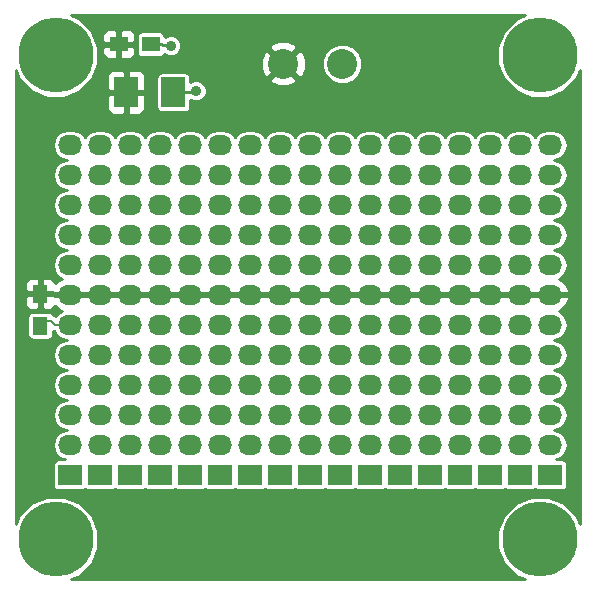
<source format=gtl>
G04 #@! TF.FileFunction,Copper,L1,Top,Signal*
%FSLAX46Y46*%
G04 Gerber Fmt 4.6, Leading zero omitted, Abs format (unit mm)*
G04 Created by KiCad (PCBNEW 4.0.1-stable) date 10/1/2016 10:42:31 PM*
%MOMM*%
G01*
G04 APERTURE LIST*
%ADD10C,0.150000*%
%ADD11C,6.350000*%
%ADD12C,2.540000*%
%ADD13R,2.032000X1.727200*%
%ADD14O,2.032000X1.727200*%
%ADD15R,2.000000X2.500000*%
%ADD16R,1.300000X1.500000*%
%ADD17R,1.500000X1.300000*%
%ADD18C,0.889000*%
%ADD19C,0.254000*%
%ADD20C,0.203200*%
G04 APERTURE END LIST*
D10*
D11*
X14000000Y-55000000D03*
X55000000Y-55000000D03*
X55000000Y-14000000D03*
X14000000Y-14000000D03*
D12*
X33274000Y-14732000D03*
X38274000Y-14732000D03*
D13*
X15240000Y-49530000D03*
D14*
X15240000Y-46990000D03*
X15240000Y-44450000D03*
X15240000Y-41910000D03*
X15240000Y-39370000D03*
X15240000Y-36830000D03*
X15240000Y-34290000D03*
X15240000Y-31750000D03*
X15240000Y-29210000D03*
X15240000Y-26670000D03*
X15240000Y-24130000D03*
X15240000Y-21590000D03*
D13*
X17780000Y-49530000D03*
D14*
X17780000Y-46990000D03*
X17780000Y-44450000D03*
X17780000Y-41910000D03*
X17780000Y-39370000D03*
X17780000Y-36830000D03*
X17780000Y-34290000D03*
X17780000Y-31750000D03*
X17780000Y-29210000D03*
X17780000Y-26670000D03*
X17780000Y-24130000D03*
X17780000Y-21590000D03*
D13*
X20320000Y-49530000D03*
D14*
X20320000Y-46990000D03*
X20320000Y-44450000D03*
X20320000Y-41910000D03*
X20320000Y-39370000D03*
X20320000Y-36830000D03*
X20320000Y-34290000D03*
X20320000Y-31750000D03*
X20320000Y-29210000D03*
X20320000Y-26670000D03*
X20320000Y-24130000D03*
X20320000Y-21590000D03*
D13*
X22860000Y-49530000D03*
D14*
X22860000Y-46990000D03*
X22860000Y-44450000D03*
X22860000Y-41910000D03*
X22860000Y-39370000D03*
X22860000Y-36830000D03*
X22860000Y-34290000D03*
X22860000Y-31750000D03*
X22860000Y-29210000D03*
X22860000Y-26670000D03*
X22860000Y-24130000D03*
X22860000Y-21590000D03*
D13*
X25400000Y-49530000D03*
D14*
X25400000Y-46990000D03*
X25400000Y-44450000D03*
X25400000Y-41910000D03*
X25400000Y-39370000D03*
X25400000Y-36830000D03*
X25400000Y-34290000D03*
X25400000Y-31750000D03*
X25400000Y-29210000D03*
X25400000Y-26670000D03*
X25400000Y-24130000D03*
X25400000Y-21590000D03*
D13*
X27940000Y-49530000D03*
D14*
X27940000Y-46990000D03*
X27940000Y-44450000D03*
X27940000Y-41910000D03*
X27940000Y-39370000D03*
X27940000Y-36830000D03*
X27940000Y-34290000D03*
X27940000Y-31750000D03*
X27940000Y-29210000D03*
X27940000Y-26670000D03*
X27940000Y-24130000D03*
X27940000Y-21590000D03*
D13*
X35560000Y-49530000D03*
D14*
X35560000Y-46990000D03*
X35560000Y-44450000D03*
X35560000Y-41910000D03*
X35560000Y-39370000D03*
X35560000Y-36830000D03*
X35560000Y-34290000D03*
X35560000Y-31750000D03*
X35560000Y-29210000D03*
X35560000Y-26670000D03*
X35560000Y-24130000D03*
X35560000Y-21590000D03*
D13*
X33020000Y-49530000D03*
D14*
X33020000Y-46990000D03*
X33020000Y-44450000D03*
X33020000Y-41910000D03*
X33020000Y-39370000D03*
X33020000Y-36830000D03*
X33020000Y-34290000D03*
X33020000Y-31750000D03*
X33020000Y-29210000D03*
X33020000Y-26670000D03*
X33020000Y-24130000D03*
X33020000Y-21590000D03*
D13*
X40640000Y-49530000D03*
D14*
X40640000Y-46990000D03*
X40640000Y-44450000D03*
X40640000Y-41910000D03*
X40640000Y-39370000D03*
X40640000Y-36830000D03*
X40640000Y-34290000D03*
X40640000Y-31750000D03*
X40640000Y-29210000D03*
X40640000Y-26670000D03*
X40640000Y-24130000D03*
X40640000Y-21590000D03*
D13*
X43180000Y-49530000D03*
D14*
X43180000Y-46990000D03*
X43180000Y-44450000D03*
X43180000Y-41910000D03*
X43180000Y-39370000D03*
X43180000Y-36830000D03*
X43180000Y-34290000D03*
X43180000Y-31750000D03*
X43180000Y-29210000D03*
X43180000Y-26670000D03*
X43180000Y-24130000D03*
X43180000Y-21590000D03*
D13*
X30480000Y-49530000D03*
D14*
X30480000Y-46990000D03*
X30480000Y-44450000D03*
X30480000Y-41910000D03*
X30480000Y-39370000D03*
X30480000Y-36830000D03*
X30480000Y-34290000D03*
X30480000Y-31750000D03*
X30480000Y-29210000D03*
X30480000Y-26670000D03*
X30480000Y-24130000D03*
X30480000Y-21590000D03*
D13*
X38100000Y-49530000D03*
D14*
X38100000Y-46990000D03*
X38100000Y-44450000D03*
X38100000Y-41910000D03*
X38100000Y-39370000D03*
X38100000Y-36830000D03*
X38100000Y-34290000D03*
X38100000Y-31750000D03*
X38100000Y-29210000D03*
X38100000Y-26670000D03*
X38100000Y-24130000D03*
X38100000Y-21590000D03*
D13*
X45720000Y-49530000D03*
D14*
X45720000Y-46990000D03*
X45720000Y-44450000D03*
X45720000Y-41910000D03*
X45720000Y-39370000D03*
X45720000Y-36830000D03*
X45720000Y-34290000D03*
X45720000Y-31750000D03*
X45720000Y-29210000D03*
X45720000Y-26670000D03*
X45720000Y-24130000D03*
X45720000Y-21590000D03*
D13*
X48260000Y-49530000D03*
D14*
X48260000Y-46990000D03*
X48260000Y-44450000D03*
X48260000Y-41910000D03*
X48260000Y-39370000D03*
X48260000Y-36830000D03*
X48260000Y-34290000D03*
X48260000Y-31750000D03*
X48260000Y-29210000D03*
X48260000Y-26670000D03*
X48260000Y-24130000D03*
X48260000Y-21590000D03*
D13*
X50800000Y-49530000D03*
D14*
X50800000Y-46990000D03*
X50800000Y-44450000D03*
X50800000Y-41910000D03*
X50800000Y-39370000D03*
X50800000Y-36830000D03*
X50800000Y-34290000D03*
X50800000Y-31750000D03*
X50800000Y-29210000D03*
X50800000Y-26670000D03*
X50800000Y-24130000D03*
X50800000Y-21590000D03*
D13*
X53340000Y-49530000D03*
D14*
X53340000Y-46990000D03*
X53340000Y-44450000D03*
X53340000Y-41910000D03*
X53340000Y-39370000D03*
X53340000Y-36830000D03*
X53340000Y-34290000D03*
X53340000Y-31750000D03*
X53340000Y-29210000D03*
X53340000Y-26670000D03*
X53340000Y-24130000D03*
X53340000Y-21590000D03*
D13*
X55880000Y-49530000D03*
D14*
X55880000Y-46990000D03*
X55880000Y-44450000D03*
X55880000Y-41910000D03*
X55880000Y-39370000D03*
X55880000Y-36830000D03*
X55880000Y-34290000D03*
X55880000Y-31750000D03*
X55880000Y-29210000D03*
X55880000Y-26670000D03*
X55880000Y-24130000D03*
X55880000Y-21590000D03*
D15*
X19971000Y-17145000D03*
X23971000Y-17145000D03*
D16*
X12700000Y-34210000D03*
X12700000Y-36910000D03*
D17*
X19351000Y-13081000D03*
X22051000Y-13081000D03*
D18*
X25908000Y-17018000D03*
X23749000Y-13208000D03*
D19*
X23971000Y-17145000D02*
X25781000Y-17145000D01*
X25781000Y-17145000D02*
X25908000Y-17018000D01*
X21653500Y-13081000D02*
X22733000Y-13081000D01*
X22733000Y-13081000D02*
X23749000Y-13208000D01*
D20*
X15240000Y-36830000D02*
X13970000Y-36830000D01*
X13652500Y-36512500D02*
X12700000Y-36512500D01*
X13970000Y-36830000D02*
X13652500Y-36512500D01*
D19*
G36*
X52959581Y-10940521D02*
X51944087Y-11954245D01*
X51393828Y-13279416D01*
X51392576Y-14714289D01*
X51940521Y-16040419D01*
X52954245Y-17055913D01*
X54279416Y-17606172D01*
X55714289Y-17607424D01*
X57040419Y-17059479D01*
X58055913Y-16045755D01*
X58377700Y-15270806D01*
X58377700Y-53729736D01*
X58059479Y-52959581D01*
X57045755Y-51944087D01*
X55720584Y-51393828D01*
X54285711Y-51392576D01*
X52959581Y-51940521D01*
X51944087Y-52954245D01*
X51393828Y-54279416D01*
X51392576Y-55714289D01*
X51940521Y-57040419D01*
X52954245Y-58055913D01*
X53729194Y-58377700D01*
X15270264Y-58377700D01*
X16040419Y-58059479D01*
X17055913Y-57045755D01*
X17606172Y-55720584D01*
X17607424Y-54285711D01*
X17059479Y-52959581D01*
X16045755Y-51944087D01*
X14720584Y-51393828D01*
X13285711Y-51392576D01*
X11959581Y-51940521D01*
X10944087Y-52954245D01*
X10622300Y-53729194D01*
X10622300Y-36160000D01*
X11609741Y-36160000D01*
X11609741Y-37660000D01*
X11639850Y-37820015D01*
X11734419Y-37966980D01*
X11878715Y-38065573D01*
X12050000Y-38100259D01*
X13350000Y-38100259D01*
X13510015Y-38070150D01*
X13656980Y-37975581D01*
X13755573Y-37831285D01*
X13790259Y-37660000D01*
X13790259Y-37327647D01*
X13874985Y-37344500D01*
X14143250Y-37745986D01*
X14563508Y-38026794D01*
X14931541Y-38100000D01*
X14563508Y-38173206D01*
X14143250Y-38454014D01*
X13862442Y-38874272D01*
X13763836Y-39370000D01*
X13862442Y-39865728D01*
X14143250Y-40285986D01*
X14563508Y-40566794D01*
X14931541Y-40640000D01*
X14563508Y-40713206D01*
X14143250Y-40994014D01*
X13862442Y-41414272D01*
X13763836Y-41910000D01*
X13862442Y-42405728D01*
X14143250Y-42825986D01*
X14563508Y-43106794D01*
X14931541Y-43180000D01*
X14563508Y-43253206D01*
X14143250Y-43534014D01*
X13862442Y-43954272D01*
X13763836Y-44450000D01*
X13862442Y-44945728D01*
X14143250Y-45365986D01*
X14563508Y-45646794D01*
X14931541Y-45720000D01*
X14563508Y-45793206D01*
X14143250Y-46074014D01*
X13862442Y-46494272D01*
X13763836Y-46990000D01*
X13862442Y-47485728D01*
X14143250Y-47905986D01*
X14563508Y-48186794D01*
X14761320Y-48226141D01*
X14224000Y-48226141D01*
X14063985Y-48256250D01*
X13917020Y-48350819D01*
X13818427Y-48495115D01*
X13783741Y-48666400D01*
X13783741Y-50393600D01*
X13813850Y-50553615D01*
X13908419Y-50700580D01*
X14052715Y-50799173D01*
X14224000Y-50833859D01*
X16256000Y-50833859D01*
X16416015Y-50803750D01*
X16510464Y-50742974D01*
X16592715Y-50799173D01*
X16764000Y-50833859D01*
X18796000Y-50833859D01*
X18956015Y-50803750D01*
X19050464Y-50742974D01*
X19132715Y-50799173D01*
X19304000Y-50833859D01*
X21336000Y-50833859D01*
X21496015Y-50803750D01*
X21590464Y-50742974D01*
X21672715Y-50799173D01*
X21844000Y-50833859D01*
X23876000Y-50833859D01*
X24036015Y-50803750D01*
X24130464Y-50742974D01*
X24212715Y-50799173D01*
X24384000Y-50833859D01*
X26416000Y-50833859D01*
X26576015Y-50803750D01*
X26670464Y-50742974D01*
X26752715Y-50799173D01*
X26924000Y-50833859D01*
X28956000Y-50833859D01*
X29116015Y-50803750D01*
X29210464Y-50742974D01*
X29292715Y-50799173D01*
X29464000Y-50833859D01*
X31496000Y-50833859D01*
X31656015Y-50803750D01*
X31750464Y-50742974D01*
X31832715Y-50799173D01*
X32004000Y-50833859D01*
X34036000Y-50833859D01*
X34196015Y-50803750D01*
X34290464Y-50742974D01*
X34372715Y-50799173D01*
X34544000Y-50833859D01*
X36576000Y-50833859D01*
X36736015Y-50803750D01*
X36830464Y-50742974D01*
X36912715Y-50799173D01*
X37084000Y-50833859D01*
X39116000Y-50833859D01*
X39276015Y-50803750D01*
X39370464Y-50742974D01*
X39452715Y-50799173D01*
X39624000Y-50833859D01*
X41656000Y-50833859D01*
X41816015Y-50803750D01*
X41910464Y-50742974D01*
X41992715Y-50799173D01*
X42164000Y-50833859D01*
X44196000Y-50833859D01*
X44356015Y-50803750D01*
X44450464Y-50742974D01*
X44532715Y-50799173D01*
X44704000Y-50833859D01*
X46736000Y-50833859D01*
X46896015Y-50803750D01*
X46990464Y-50742974D01*
X47072715Y-50799173D01*
X47244000Y-50833859D01*
X49276000Y-50833859D01*
X49436015Y-50803750D01*
X49530464Y-50742974D01*
X49612715Y-50799173D01*
X49784000Y-50833859D01*
X51816000Y-50833859D01*
X51976015Y-50803750D01*
X52070464Y-50742974D01*
X52152715Y-50799173D01*
X52324000Y-50833859D01*
X54356000Y-50833859D01*
X54516015Y-50803750D01*
X54610464Y-50742974D01*
X54692715Y-50799173D01*
X54864000Y-50833859D01*
X56896000Y-50833859D01*
X57056015Y-50803750D01*
X57202980Y-50709181D01*
X57301573Y-50564885D01*
X57336259Y-50393600D01*
X57336259Y-48666400D01*
X57306150Y-48506385D01*
X57211581Y-48359420D01*
X57067285Y-48260827D01*
X56896000Y-48226141D01*
X56358680Y-48226141D01*
X56556492Y-48186794D01*
X56976750Y-47905986D01*
X57257558Y-47485728D01*
X57356164Y-46990000D01*
X57257558Y-46494272D01*
X56976750Y-46074014D01*
X56556492Y-45793206D01*
X56188459Y-45720000D01*
X56556492Y-45646794D01*
X56976750Y-45365986D01*
X57257558Y-44945728D01*
X57356164Y-44450000D01*
X57257558Y-43954272D01*
X56976750Y-43534014D01*
X56556492Y-43253206D01*
X56188459Y-43180000D01*
X56556492Y-43106794D01*
X56976750Y-42825986D01*
X57257558Y-42405728D01*
X57356164Y-41910000D01*
X57257558Y-41414272D01*
X56976750Y-40994014D01*
X56556492Y-40713206D01*
X56188459Y-40640000D01*
X56556492Y-40566794D01*
X56976750Y-40285986D01*
X57257558Y-39865728D01*
X57356164Y-39370000D01*
X57257558Y-38874272D01*
X56976750Y-38454014D01*
X56556492Y-38173206D01*
X56188459Y-38100000D01*
X56556492Y-38026794D01*
X56976750Y-37745986D01*
X57257558Y-37325728D01*
X57356164Y-36830000D01*
X57257558Y-36334272D01*
X56976750Y-35914014D01*
X56587867Y-35654170D01*
X56794320Y-35581954D01*
X57230732Y-35192036D01*
X57484709Y-34664791D01*
X57487358Y-34649026D01*
X57366217Y-34417000D01*
X56007000Y-34417000D01*
X56007000Y-34437000D01*
X55753000Y-34437000D01*
X55753000Y-34417000D01*
X53467000Y-34417000D01*
X53467000Y-34437000D01*
X53213000Y-34437000D01*
X53213000Y-34417000D01*
X50927000Y-34417000D01*
X50927000Y-34437000D01*
X50673000Y-34437000D01*
X50673000Y-34417000D01*
X48387000Y-34417000D01*
X48387000Y-34437000D01*
X48133000Y-34437000D01*
X48133000Y-34417000D01*
X45847000Y-34417000D01*
X45847000Y-34437000D01*
X45593000Y-34437000D01*
X45593000Y-34417000D01*
X43307000Y-34417000D01*
X43307000Y-34437000D01*
X43053000Y-34437000D01*
X43053000Y-34417000D01*
X40767000Y-34417000D01*
X40767000Y-34437000D01*
X40513000Y-34437000D01*
X40513000Y-34417000D01*
X38227000Y-34417000D01*
X38227000Y-34437000D01*
X37973000Y-34437000D01*
X37973000Y-34417000D01*
X35687000Y-34417000D01*
X35687000Y-34437000D01*
X35433000Y-34437000D01*
X35433000Y-34417000D01*
X33147000Y-34417000D01*
X33147000Y-34437000D01*
X32893000Y-34437000D01*
X32893000Y-34417000D01*
X30607000Y-34417000D01*
X30607000Y-34437000D01*
X30353000Y-34437000D01*
X30353000Y-34417000D01*
X28067000Y-34417000D01*
X28067000Y-34437000D01*
X27813000Y-34437000D01*
X27813000Y-34417000D01*
X25527000Y-34417000D01*
X25527000Y-34437000D01*
X25273000Y-34437000D01*
X25273000Y-34417000D01*
X22987000Y-34417000D01*
X22987000Y-34437000D01*
X22733000Y-34437000D01*
X22733000Y-34417000D01*
X20447000Y-34417000D01*
X20447000Y-34437000D01*
X20193000Y-34437000D01*
X20193000Y-34417000D01*
X17907000Y-34417000D01*
X17907000Y-34437000D01*
X17653000Y-34437000D01*
X17653000Y-34417000D01*
X15367000Y-34417000D01*
X15367000Y-34437000D01*
X15113000Y-34437000D01*
X15113000Y-34417000D01*
X13906250Y-34417000D01*
X13826250Y-34337000D01*
X12827000Y-34337000D01*
X12827000Y-35436250D01*
X12985750Y-35595000D01*
X13476310Y-35595000D01*
X13709699Y-35498327D01*
X13888327Y-35319698D01*
X13927177Y-35225906D01*
X14325680Y-35581954D01*
X14532133Y-35654170D01*
X14143250Y-35914014D01*
X14005958Y-36119485D01*
X13856623Y-36019703D01*
X13760253Y-36000534D01*
X13760150Y-35999985D01*
X13665581Y-35853020D01*
X13521285Y-35754427D01*
X13350000Y-35719741D01*
X12050000Y-35719741D01*
X11889985Y-35749850D01*
X11743020Y-35844419D01*
X11644427Y-35988715D01*
X11609741Y-36160000D01*
X10622300Y-36160000D01*
X10622300Y-34495750D01*
X11415000Y-34495750D01*
X11415000Y-35086309D01*
X11511673Y-35319698D01*
X11690301Y-35498327D01*
X11923690Y-35595000D01*
X12414250Y-35595000D01*
X12573000Y-35436250D01*
X12573000Y-34337000D01*
X11573750Y-34337000D01*
X11415000Y-34495750D01*
X10622300Y-34495750D01*
X10622300Y-33333691D01*
X11415000Y-33333691D01*
X11415000Y-33924250D01*
X11573750Y-34083000D01*
X12573000Y-34083000D01*
X12573000Y-32983750D01*
X12827000Y-32983750D01*
X12827000Y-34083000D01*
X13712015Y-34083000D01*
X13753783Y-34163000D01*
X15113000Y-34163000D01*
X15113000Y-34143000D01*
X15367000Y-34143000D01*
X15367000Y-34163000D01*
X17653000Y-34163000D01*
X17653000Y-34143000D01*
X17907000Y-34143000D01*
X17907000Y-34163000D01*
X20193000Y-34163000D01*
X20193000Y-34143000D01*
X20447000Y-34143000D01*
X20447000Y-34163000D01*
X22733000Y-34163000D01*
X22733000Y-34143000D01*
X22987000Y-34143000D01*
X22987000Y-34163000D01*
X25273000Y-34163000D01*
X25273000Y-34143000D01*
X25527000Y-34143000D01*
X25527000Y-34163000D01*
X27813000Y-34163000D01*
X27813000Y-34143000D01*
X28067000Y-34143000D01*
X28067000Y-34163000D01*
X30353000Y-34163000D01*
X30353000Y-34143000D01*
X30607000Y-34143000D01*
X30607000Y-34163000D01*
X32893000Y-34163000D01*
X32893000Y-34143000D01*
X33147000Y-34143000D01*
X33147000Y-34163000D01*
X35433000Y-34163000D01*
X35433000Y-34143000D01*
X35687000Y-34143000D01*
X35687000Y-34163000D01*
X37973000Y-34163000D01*
X37973000Y-34143000D01*
X38227000Y-34143000D01*
X38227000Y-34163000D01*
X40513000Y-34163000D01*
X40513000Y-34143000D01*
X40767000Y-34143000D01*
X40767000Y-34163000D01*
X43053000Y-34163000D01*
X43053000Y-34143000D01*
X43307000Y-34143000D01*
X43307000Y-34163000D01*
X45593000Y-34163000D01*
X45593000Y-34143000D01*
X45847000Y-34143000D01*
X45847000Y-34163000D01*
X48133000Y-34163000D01*
X48133000Y-34143000D01*
X48387000Y-34143000D01*
X48387000Y-34163000D01*
X50673000Y-34163000D01*
X50673000Y-34143000D01*
X50927000Y-34143000D01*
X50927000Y-34163000D01*
X53213000Y-34163000D01*
X53213000Y-34143000D01*
X53467000Y-34143000D01*
X53467000Y-34163000D01*
X55753000Y-34163000D01*
X55753000Y-34143000D01*
X56007000Y-34143000D01*
X56007000Y-34163000D01*
X57366217Y-34163000D01*
X57487358Y-33930974D01*
X57484709Y-33915209D01*
X57230732Y-33387964D01*
X56794320Y-32998046D01*
X56587867Y-32925830D01*
X56976750Y-32665986D01*
X57257558Y-32245728D01*
X57356164Y-31750000D01*
X57257558Y-31254272D01*
X56976750Y-30834014D01*
X56556492Y-30553206D01*
X56188459Y-30480000D01*
X56556492Y-30406794D01*
X56976750Y-30125986D01*
X57257558Y-29705728D01*
X57356164Y-29210000D01*
X57257558Y-28714272D01*
X56976750Y-28294014D01*
X56556492Y-28013206D01*
X56188459Y-27940000D01*
X56556492Y-27866794D01*
X56976750Y-27585986D01*
X57257558Y-27165728D01*
X57356164Y-26670000D01*
X57257558Y-26174272D01*
X56976750Y-25754014D01*
X56556492Y-25473206D01*
X56188459Y-25400000D01*
X56556492Y-25326794D01*
X56976750Y-25045986D01*
X57257558Y-24625728D01*
X57356164Y-24130000D01*
X57257558Y-23634272D01*
X56976750Y-23214014D01*
X56556492Y-22933206D01*
X56188459Y-22860000D01*
X56556492Y-22786794D01*
X56976750Y-22505986D01*
X57257558Y-22085728D01*
X57356164Y-21590000D01*
X57257558Y-21094272D01*
X56976750Y-20674014D01*
X56556492Y-20393206D01*
X56060764Y-20294600D01*
X55699236Y-20294600D01*
X55203508Y-20393206D01*
X54783250Y-20674014D01*
X54610000Y-20933300D01*
X54436750Y-20674014D01*
X54016492Y-20393206D01*
X53520764Y-20294600D01*
X53159236Y-20294600D01*
X52663508Y-20393206D01*
X52243250Y-20674014D01*
X52070000Y-20933300D01*
X51896750Y-20674014D01*
X51476492Y-20393206D01*
X50980764Y-20294600D01*
X50619236Y-20294600D01*
X50123508Y-20393206D01*
X49703250Y-20674014D01*
X49530000Y-20933300D01*
X49356750Y-20674014D01*
X48936492Y-20393206D01*
X48440764Y-20294600D01*
X48079236Y-20294600D01*
X47583508Y-20393206D01*
X47163250Y-20674014D01*
X46990000Y-20933300D01*
X46816750Y-20674014D01*
X46396492Y-20393206D01*
X45900764Y-20294600D01*
X45539236Y-20294600D01*
X45043508Y-20393206D01*
X44623250Y-20674014D01*
X44450000Y-20933300D01*
X44276750Y-20674014D01*
X43856492Y-20393206D01*
X43360764Y-20294600D01*
X42999236Y-20294600D01*
X42503508Y-20393206D01*
X42083250Y-20674014D01*
X41910000Y-20933300D01*
X41736750Y-20674014D01*
X41316492Y-20393206D01*
X40820764Y-20294600D01*
X40459236Y-20294600D01*
X39963508Y-20393206D01*
X39543250Y-20674014D01*
X39370000Y-20933300D01*
X39196750Y-20674014D01*
X38776492Y-20393206D01*
X38280764Y-20294600D01*
X37919236Y-20294600D01*
X37423508Y-20393206D01*
X37003250Y-20674014D01*
X36830000Y-20933300D01*
X36656750Y-20674014D01*
X36236492Y-20393206D01*
X35740764Y-20294600D01*
X35379236Y-20294600D01*
X34883508Y-20393206D01*
X34463250Y-20674014D01*
X34290000Y-20933300D01*
X34116750Y-20674014D01*
X33696492Y-20393206D01*
X33200764Y-20294600D01*
X32839236Y-20294600D01*
X32343508Y-20393206D01*
X31923250Y-20674014D01*
X31750000Y-20933300D01*
X31576750Y-20674014D01*
X31156492Y-20393206D01*
X30660764Y-20294600D01*
X30299236Y-20294600D01*
X29803508Y-20393206D01*
X29383250Y-20674014D01*
X29210000Y-20933300D01*
X29036750Y-20674014D01*
X28616492Y-20393206D01*
X28120764Y-20294600D01*
X27759236Y-20294600D01*
X27263508Y-20393206D01*
X26843250Y-20674014D01*
X26670000Y-20933300D01*
X26496750Y-20674014D01*
X26076492Y-20393206D01*
X25580764Y-20294600D01*
X25219236Y-20294600D01*
X24723508Y-20393206D01*
X24303250Y-20674014D01*
X24130000Y-20933300D01*
X23956750Y-20674014D01*
X23536492Y-20393206D01*
X23040764Y-20294600D01*
X22679236Y-20294600D01*
X22183508Y-20393206D01*
X21763250Y-20674014D01*
X21590000Y-20933300D01*
X21416750Y-20674014D01*
X20996492Y-20393206D01*
X20500764Y-20294600D01*
X20139236Y-20294600D01*
X19643508Y-20393206D01*
X19223250Y-20674014D01*
X19050000Y-20933300D01*
X18876750Y-20674014D01*
X18456492Y-20393206D01*
X17960764Y-20294600D01*
X17599236Y-20294600D01*
X17103508Y-20393206D01*
X16683250Y-20674014D01*
X16510000Y-20933300D01*
X16336750Y-20674014D01*
X15916492Y-20393206D01*
X15420764Y-20294600D01*
X15059236Y-20294600D01*
X14563508Y-20393206D01*
X14143250Y-20674014D01*
X13862442Y-21094272D01*
X13763836Y-21590000D01*
X13862442Y-22085728D01*
X14143250Y-22505986D01*
X14563508Y-22786794D01*
X14931541Y-22860000D01*
X14563508Y-22933206D01*
X14143250Y-23214014D01*
X13862442Y-23634272D01*
X13763836Y-24130000D01*
X13862442Y-24625728D01*
X14143250Y-25045986D01*
X14563508Y-25326794D01*
X14931541Y-25400000D01*
X14563508Y-25473206D01*
X14143250Y-25754014D01*
X13862442Y-26174272D01*
X13763836Y-26670000D01*
X13862442Y-27165728D01*
X14143250Y-27585986D01*
X14563508Y-27866794D01*
X14931541Y-27940000D01*
X14563508Y-28013206D01*
X14143250Y-28294014D01*
X13862442Y-28714272D01*
X13763836Y-29210000D01*
X13862442Y-29705728D01*
X14143250Y-30125986D01*
X14563508Y-30406794D01*
X14931541Y-30480000D01*
X14563508Y-30553206D01*
X14143250Y-30834014D01*
X13862442Y-31254272D01*
X13763836Y-31750000D01*
X13862442Y-32245728D01*
X14143250Y-32665986D01*
X14532133Y-32925830D01*
X14325680Y-32998046D01*
X13975549Y-33310875D01*
X13888327Y-33100302D01*
X13709699Y-32921673D01*
X13476310Y-32825000D01*
X12985750Y-32825000D01*
X12827000Y-32983750D01*
X12573000Y-32983750D01*
X12414250Y-32825000D01*
X11923690Y-32825000D01*
X11690301Y-32921673D01*
X11511673Y-33100302D01*
X11415000Y-33333691D01*
X10622300Y-33333691D01*
X10622300Y-15270264D01*
X10940521Y-16040419D01*
X11954245Y-17055913D01*
X13279416Y-17606172D01*
X14714289Y-17607424D01*
X15141873Y-17430750D01*
X18336000Y-17430750D01*
X18336000Y-18521310D01*
X18432673Y-18754699D01*
X18611302Y-18933327D01*
X18844691Y-19030000D01*
X19685250Y-19030000D01*
X19844000Y-18871250D01*
X19844000Y-17272000D01*
X20098000Y-17272000D01*
X20098000Y-18871250D01*
X20256750Y-19030000D01*
X21097309Y-19030000D01*
X21330698Y-18933327D01*
X21509327Y-18754699D01*
X21606000Y-18521310D01*
X21606000Y-17430750D01*
X21447250Y-17272000D01*
X20098000Y-17272000D01*
X19844000Y-17272000D01*
X18494750Y-17272000D01*
X18336000Y-17430750D01*
X15141873Y-17430750D01*
X16040419Y-17059479D01*
X17055913Y-16045755D01*
X17170960Y-15768690D01*
X18336000Y-15768690D01*
X18336000Y-16859250D01*
X18494750Y-17018000D01*
X19844000Y-17018000D01*
X19844000Y-15418750D01*
X20098000Y-15418750D01*
X20098000Y-17018000D01*
X21447250Y-17018000D01*
X21606000Y-16859250D01*
X21606000Y-15895000D01*
X22530741Y-15895000D01*
X22530741Y-18395000D01*
X22560850Y-18555015D01*
X22655419Y-18701980D01*
X22799715Y-18800573D01*
X22971000Y-18835259D01*
X24971000Y-18835259D01*
X25131015Y-18805150D01*
X25277980Y-18710581D01*
X25376573Y-18566285D01*
X25411259Y-18395000D01*
X25411259Y-17760579D01*
X25732928Y-17894148D01*
X26081542Y-17894452D01*
X26403736Y-17761324D01*
X26650458Y-17515032D01*
X26784148Y-17193072D01*
X26784452Y-16844458D01*
X26651324Y-16522264D01*
X26405032Y-16275542D01*
X26083072Y-16141852D01*
X25734458Y-16141548D01*
X25412264Y-16274676D01*
X25411259Y-16275679D01*
X25411259Y-16079777D01*
X32105828Y-16079777D01*
X32237520Y-16374657D01*
X32945036Y-16646261D01*
X33702632Y-16626436D01*
X34310480Y-16374657D01*
X34442172Y-16079777D01*
X33274000Y-14911605D01*
X32105828Y-16079777D01*
X25411259Y-16079777D01*
X25411259Y-15895000D01*
X25381150Y-15734985D01*
X25286581Y-15588020D01*
X25142285Y-15489427D01*
X24971000Y-15454741D01*
X22971000Y-15454741D01*
X22810985Y-15484850D01*
X22664020Y-15579419D01*
X22565427Y-15723715D01*
X22530741Y-15895000D01*
X21606000Y-15895000D01*
X21606000Y-15768690D01*
X21509327Y-15535301D01*
X21330698Y-15356673D01*
X21097309Y-15260000D01*
X20256750Y-15260000D01*
X20098000Y-15418750D01*
X19844000Y-15418750D01*
X19685250Y-15260000D01*
X18844691Y-15260000D01*
X18611302Y-15356673D01*
X18432673Y-15535301D01*
X18336000Y-15768690D01*
X17170960Y-15768690D01*
X17606172Y-14720584D01*
X17606449Y-14403036D01*
X31359739Y-14403036D01*
X31379564Y-15160632D01*
X31631343Y-15768480D01*
X31926223Y-15900172D01*
X33094395Y-14732000D01*
X33453605Y-14732000D01*
X34621777Y-15900172D01*
X34916657Y-15768480D01*
X35185166Y-15069024D01*
X36571905Y-15069024D01*
X36830443Y-15694733D01*
X37308749Y-16173874D01*
X37934006Y-16433504D01*
X38611024Y-16434095D01*
X39236733Y-16175557D01*
X39715874Y-15697251D01*
X39975504Y-15071994D01*
X39976095Y-14394976D01*
X39717557Y-13769267D01*
X39239251Y-13290126D01*
X38613994Y-13030496D01*
X37936976Y-13029905D01*
X37311267Y-13288443D01*
X36832126Y-13766749D01*
X36572496Y-14392006D01*
X36571905Y-15069024D01*
X35185166Y-15069024D01*
X35188261Y-15060964D01*
X35168436Y-14303368D01*
X34916657Y-13695520D01*
X34621777Y-13563828D01*
X33453605Y-14732000D01*
X33094395Y-14732000D01*
X31926223Y-13563828D01*
X31631343Y-13695520D01*
X31359739Y-14403036D01*
X17606449Y-14403036D01*
X17607353Y-13366750D01*
X17966000Y-13366750D01*
X17966000Y-13857310D01*
X18062673Y-14090699D01*
X18241302Y-14269327D01*
X18474691Y-14366000D01*
X19065250Y-14366000D01*
X19224000Y-14207250D01*
X19224000Y-13208000D01*
X19478000Y-13208000D01*
X19478000Y-14207250D01*
X19636750Y-14366000D01*
X20227309Y-14366000D01*
X20460698Y-14269327D01*
X20639327Y-14090699D01*
X20736000Y-13857310D01*
X20736000Y-13366750D01*
X20577250Y-13208000D01*
X19478000Y-13208000D01*
X19224000Y-13208000D01*
X18124750Y-13208000D01*
X17966000Y-13366750D01*
X17607353Y-13366750D01*
X17607424Y-13285711D01*
X17202075Y-12304690D01*
X17966000Y-12304690D01*
X17966000Y-12795250D01*
X18124750Y-12954000D01*
X19224000Y-12954000D01*
X19224000Y-11954750D01*
X19478000Y-11954750D01*
X19478000Y-12954000D01*
X20577250Y-12954000D01*
X20736000Y-12795250D01*
X20736000Y-12431000D01*
X20860741Y-12431000D01*
X20860741Y-13731000D01*
X20890850Y-13891015D01*
X20985419Y-14037980D01*
X21129715Y-14136573D01*
X21301000Y-14171259D01*
X22801000Y-14171259D01*
X22961015Y-14141150D01*
X23107980Y-14046581D01*
X23205478Y-13903887D01*
X23251968Y-13950458D01*
X23573928Y-14084148D01*
X23922542Y-14084452D01*
X24244736Y-13951324D01*
X24491458Y-13705032D01*
X24624670Y-13384223D01*
X32105828Y-13384223D01*
X33274000Y-14552395D01*
X34442172Y-13384223D01*
X34310480Y-13089343D01*
X33602964Y-12817739D01*
X32845368Y-12837564D01*
X32237520Y-13089343D01*
X32105828Y-13384223D01*
X24624670Y-13384223D01*
X24625148Y-13383072D01*
X24625452Y-13034458D01*
X24492324Y-12712264D01*
X24246032Y-12465542D01*
X23924072Y-12331852D01*
X23575458Y-12331548D01*
X23253264Y-12464676D01*
X23241259Y-12476660D01*
X23241259Y-12431000D01*
X23211150Y-12270985D01*
X23116581Y-12124020D01*
X22972285Y-12025427D01*
X22801000Y-11990741D01*
X21301000Y-11990741D01*
X21140985Y-12020850D01*
X20994020Y-12115419D01*
X20895427Y-12259715D01*
X20860741Y-12431000D01*
X20736000Y-12431000D01*
X20736000Y-12304690D01*
X20639327Y-12071301D01*
X20460698Y-11892673D01*
X20227309Y-11796000D01*
X19636750Y-11796000D01*
X19478000Y-11954750D01*
X19224000Y-11954750D01*
X19065250Y-11796000D01*
X18474691Y-11796000D01*
X18241302Y-11892673D01*
X18062673Y-12071301D01*
X17966000Y-12304690D01*
X17202075Y-12304690D01*
X17059479Y-11959581D01*
X16045755Y-10944087D01*
X15270806Y-10622300D01*
X53729736Y-10622300D01*
X52959581Y-10940521D01*
X52959581Y-10940521D01*
G37*
X52959581Y-10940521D02*
X51944087Y-11954245D01*
X51393828Y-13279416D01*
X51392576Y-14714289D01*
X51940521Y-16040419D01*
X52954245Y-17055913D01*
X54279416Y-17606172D01*
X55714289Y-17607424D01*
X57040419Y-17059479D01*
X58055913Y-16045755D01*
X58377700Y-15270806D01*
X58377700Y-53729736D01*
X58059479Y-52959581D01*
X57045755Y-51944087D01*
X55720584Y-51393828D01*
X54285711Y-51392576D01*
X52959581Y-51940521D01*
X51944087Y-52954245D01*
X51393828Y-54279416D01*
X51392576Y-55714289D01*
X51940521Y-57040419D01*
X52954245Y-58055913D01*
X53729194Y-58377700D01*
X15270264Y-58377700D01*
X16040419Y-58059479D01*
X17055913Y-57045755D01*
X17606172Y-55720584D01*
X17607424Y-54285711D01*
X17059479Y-52959581D01*
X16045755Y-51944087D01*
X14720584Y-51393828D01*
X13285711Y-51392576D01*
X11959581Y-51940521D01*
X10944087Y-52954245D01*
X10622300Y-53729194D01*
X10622300Y-36160000D01*
X11609741Y-36160000D01*
X11609741Y-37660000D01*
X11639850Y-37820015D01*
X11734419Y-37966980D01*
X11878715Y-38065573D01*
X12050000Y-38100259D01*
X13350000Y-38100259D01*
X13510015Y-38070150D01*
X13656980Y-37975581D01*
X13755573Y-37831285D01*
X13790259Y-37660000D01*
X13790259Y-37327647D01*
X13874985Y-37344500D01*
X14143250Y-37745986D01*
X14563508Y-38026794D01*
X14931541Y-38100000D01*
X14563508Y-38173206D01*
X14143250Y-38454014D01*
X13862442Y-38874272D01*
X13763836Y-39370000D01*
X13862442Y-39865728D01*
X14143250Y-40285986D01*
X14563508Y-40566794D01*
X14931541Y-40640000D01*
X14563508Y-40713206D01*
X14143250Y-40994014D01*
X13862442Y-41414272D01*
X13763836Y-41910000D01*
X13862442Y-42405728D01*
X14143250Y-42825986D01*
X14563508Y-43106794D01*
X14931541Y-43180000D01*
X14563508Y-43253206D01*
X14143250Y-43534014D01*
X13862442Y-43954272D01*
X13763836Y-44450000D01*
X13862442Y-44945728D01*
X14143250Y-45365986D01*
X14563508Y-45646794D01*
X14931541Y-45720000D01*
X14563508Y-45793206D01*
X14143250Y-46074014D01*
X13862442Y-46494272D01*
X13763836Y-46990000D01*
X13862442Y-47485728D01*
X14143250Y-47905986D01*
X14563508Y-48186794D01*
X14761320Y-48226141D01*
X14224000Y-48226141D01*
X14063985Y-48256250D01*
X13917020Y-48350819D01*
X13818427Y-48495115D01*
X13783741Y-48666400D01*
X13783741Y-50393600D01*
X13813850Y-50553615D01*
X13908419Y-50700580D01*
X14052715Y-50799173D01*
X14224000Y-50833859D01*
X16256000Y-50833859D01*
X16416015Y-50803750D01*
X16510464Y-50742974D01*
X16592715Y-50799173D01*
X16764000Y-50833859D01*
X18796000Y-50833859D01*
X18956015Y-50803750D01*
X19050464Y-50742974D01*
X19132715Y-50799173D01*
X19304000Y-50833859D01*
X21336000Y-50833859D01*
X21496015Y-50803750D01*
X21590464Y-50742974D01*
X21672715Y-50799173D01*
X21844000Y-50833859D01*
X23876000Y-50833859D01*
X24036015Y-50803750D01*
X24130464Y-50742974D01*
X24212715Y-50799173D01*
X24384000Y-50833859D01*
X26416000Y-50833859D01*
X26576015Y-50803750D01*
X26670464Y-50742974D01*
X26752715Y-50799173D01*
X26924000Y-50833859D01*
X28956000Y-50833859D01*
X29116015Y-50803750D01*
X29210464Y-50742974D01*
X29292715Y-50799173D01*
X29464000Y-50833859D01*
X31496000Y-50833859D01*
X31656015Y-50803750D01*
X31750464Y-50742974D01*
X31832715Y-50799173D01*
X32004000Y-50833859D01*
X34036000Y-50833859D01*
X34196015Y-50803750D01*
X34290464Y-50742974D01*
X34372715Y-50799173D01*
X34544000Y-50833859D01*
X36576000Y-50833859D01*
X36736015Y-50803750D01*
X36830464Y-50742974D01*
X36912715Y-50799173D01*
X37084000Y-50833859D01*
X39116000Y-50833859D01*
X39276015Y-50803750D01*
X39370464Y-50742974D01*
X39452715Y-50799173D01*
X39624000Y-50833859D01*
X41656000Y-50833859D01*
X41816015Y-50803750D01*
X41910464Y-50742974D01*
X41992715Y-50799173D01*
X42164000Y-50833859D01*
X44196000Y-50833859D01*
X44356015Y-50803750D01*
X44450464Y-50742974D01*
X44532715Y-50799173D01*
X44704000Y-50833859D01*
X46736000Y-50833859D01*
X46896015Y-50803750D01*
X46990464Y-50742974D01*
X47072715Y-50799173D01*
X47244000Y-50833859D01*
X49276000Y-50833859D01*
X49436015Y-50803750D01*
X49530464Y-50742974D01*
X49612715Y-50799173D01*
X49784000Y-50833859D01*
X51816000Y-50833859D01*
X51976015Y-50803750D01*
X52070464Y-50742974D01*
X52152715Y-50799173D01*
X52324000Y-50833859D01*
X54356000Y-50833859D01*
X54516015Y-50803750D01*
X54610464Y-50742974D01*
X54692715Y-50799173D01*
X54864000Y-50833859D01*
X56896000Y-50833859D01*
X57056015Y-50803750D01*
X57202980Y-50709181D01*
X57301573Y-50564885D01*
X57336259Y-50393600D01*
X57336259Y-48666400D01*
X57306150Y-48506385D01*
X57211581Y-48359420D01*
X57067285Y-48260827D01*
X56896000Y-48226141D01*
X56358680Y-48226141D01*
X56556492Y-48186794D01*
X56976750Y-47905986D01*
X57257558Y-47485728D01*
X57356164Y-46990000D01*
X57257558Y-46494272D01*
X56976750Y-46074014D01*
X56556492Y-45793206D01*
X56188459Y-45720000D01*
X56556492Y-45646794D01*
X56976750Y-45365986D01*
X57257558Y-44945728D01*
X57356164Y-44450000D01*
X57257558Y-43954272D01*
X56976750Y-43534014D01*
X56556492Y-43253206D01*
X56188459Y-43180000D01*
X56556492Y-43106794D01*
X56976750Y-42825986D01*
X57257558Y-42405728D01*
X57356164Y-41910000D01*
X57257558Y-41414272D01*
X56976750Y-40994014D01*
X56556492Y-40713206D01*
X56188459Y-40640000D01*
X56556492Y-40566794D01*
X56976750Y-40285986D01*
X57257558Y-39865728D01*
X57356164Y-39370000D01*
X57257558Y-38874272D01*
X56976750Y-38454014D01*
X56556492Y-38173206D01*
X56188459Y-38100000D01*
X56556492Y-38026794D01*
X56976750Y-37745986D01*
X57257558Y-37325728D01*
X57356164Y-36830000D01*
X57257558Y-36334272D01*
X56976750Y-35914014D01*
X56587867Y-35654170D01*
X56794320Y-35581954D01*
X57230732Y-35192036D01*
X57484709Y-34664791D01*
X57487358Y-34649026D01*
X57366217Y-34417000D01*
X56007000Y-34417000D01*
X56007000Y-34437000D01*
X55753000Y-34437000D01*
X55753000Y-34417000D01*
X53467000Y-34417000D01*
X53467000Y-34437000D01*
X53213000Y-34437000D01*
X53213000Y-34417000D01*
X50927000Y-34417000D01*
X50927000Y-34437000D01*
X50673000Y-34437000D01*
X50673000Y-34417000D01*
X48387000Y-34417000D01*
X48387000Y-34437000D01*
X48133000Y-34437000D01*
X48133000Y-34417000D01*
X45847000Y-34417000D01*
X45847000Y-34437000D01*
X45593000Y-34437000D01*
X45593000Y-34417000D01*
X43307000Y-34417000D01*
X43307000Y-34437000D01*
X43053000Y-34437000D01*
X43053000Y-34417000D01*
X40767000Y-34417000D01*
X40767000Y-34437000D01*
X40513000Y-34437000D01*
X40513000Y-34417000D01*
X38227000Y-34417000D01*
X38227000Y-34437000D01*
X37973000Y-34437000D01*
X37973000Y-34417000D01*
X35687000Y-34417000D01*
X35687000Y-34437000D01*
X35433000Y-34437000D01*
X35433000Y-34417000D01*
X33147000Y-34417000D01*
X33147000Y-34437000D01*
X32893000Y-34437000D01*
X32893000Y-34417000D01*
X30607000Y-34417000D01*
X30607000Y-34437000D01*
X30353000Y-34437000D01*
X30353000Y-34417000D01*
X28067000Y-34417000D01*
X28067000Y-34437000D01*
X27813000Y-34437000D01*
X27813000Y-34417000D01*
X25527000Y-34417000D01*
X25527000Y-34437000D01*
X25273000Y-34437000D01*
X25273000Y-34417000D01*
X22987000Y-34417000D01*
X22987000Y-34437000D01*
X22733000Y-34437000D01*
X22733000Y-34417000D01*
X20447000Y-34417000D01*
X20447000Y-34437000D01*
X20193000Y-34437000D01*
X20193000Y-34417000D01*
X17907000Y-34417000D01*
X17907000Y-34437000D01*
X17653000Y-34437000D01*
X17653000Y-34417000D01*
X15367000Y-34417000D01*
X15367000Y-34437000D01*
X15113000Y-34437000D01*
X15113000Y-34417000D01*
X13906250Y-34417000D01*
X13826250Y-34337000D01*
X12827000Y-34337000D01*
X12827000Y-35436250D01*
X12985750Y-35595000D01*
X13476310Y-35595000D01*
X13709699Y-35498327D01*
X13888327Y-35319698D01*
X13927177Y-35225906D01*
X14325680Y-35581954D01*
X14532133Y-35654170D01*
X14143250Y-35914014D01*
X14005958Y-36119485D01*
X13856623Y-36019703D01*
X13760253Y-36000534D01*
X13760150Y-35999985D01*
X13665581Y-35853020D01*
X13521285Y-35754427D01*
X13350000Y-35719741D01*
X12050000Y-35719741D01*
X11889985Y-35749850D01*
X11743020Y-35844419D01*
X11644427Y-35988715D01*
X11609741Y-36160000D01*
X10622300Y-36160000D01*
X10622300Y-34495750D01*
X11415000Y-34495750D01*
X11415000Y-35086309D01*
X11511673Y-35319698D01*
X11690301Y-35498327D01*
X11923690Y-35595000D01*
X12414250Y-35595000D01*
X12573000Y-35436250D01*
X12573000Y-34337000D01*
X11573750Y-34337000D01*
X11415000Y-34495750D01*
X10622300Y-34495750D01*
X10622300Y-33333691D01*
X11415000Y-33333691D01*
X11415000Y-33924250D01*
X11573750Y-34083000D01*
X12573000Y-34083000D01*
X12573000Y-32983750D01*
X12827000Y-32983750D01*
X12827000Y-34083000D01*
X13712015Y-34083000D01*
X13753783Y-34163000D01*
X15113000Y-34163000D01*
X15113000Y-34143000D01*
X15367000Y-34143000D01*
X15367000Y-34163000D01*
X17653000Y-34163000D01*
X17653000Y-34143000D01*
X17907000Y-34143000D01*
X17907000Y-34163000D01*
X20193000Y-34163000D01*
X20193000Y-34143000D01*
X20447000Y-34143000D01*
X20447000Y-34163000D01*
X22733000Y-34163000D01*
X22733000Y-34143000D01*
X22987000Y-34143000D01*
X22987000Y-34163000D01*
X25273000Y-34163000D01*
X25273000Y-34143000D01*
X25527000Y-34143000D01*
X25527000Y-34163000D01*
X27813000Y-34163000D01*
X27813000Y-34143000D01*
X28067000Y-34143000D01*
X28067000Y-34163000D01*
X30353000Y-34163000D01*
X30353000Y-34143000D01*
X30607000Y-34143000D01*
X30607000Y-34163000D01*
X32893000Y-34163000D01*
X32893000Y-34143000D01*
X33147000Y-34143000D01*
X33147000Y-34163000D01*
X35433000Y-34163000D01*
X35433000Y-34143000D01*
X35687000Y-34143000D01*
X35687000Y-34163000D01*
X37973000Y-34163000D01*
X37973000Y-34143000D01*
X38227000Y-34143000D01*
X38227000Y-34163000D01*
X40513000Y-34163000D01*
X40513000Y-34143000D01*
X40767000Y-34143000D01*
X40767000Y-34163000D01*
X43053000Y-34163000D01*
X43053000Y-34143000D01*
X43307000Y-34143000D01*
X43307000Y-34163000D01*
X45593000Y-34163000D01*
X45593000Y-34143000D01*
X45847000Y-34143000D01*
X45847000Y-34163000D01*
X48133000Y-34163000D01*
X48133000Y-34143000D01*
X48387000Y-34143000D01*
X48387000Y-34163000D01*
X50673000Y-34163000D01*
X50673000Y-34143000D01*
X50927000Y-34143000D01*
X50927000Y-34163000D01*
X53213000Y-34163000D01*
X53213000Y-34143000D01*
X53467000Y-34143000D01*
X53467000Y-34163000D01*
X55753000Y-34163000D01*
X55753000Y-34143000D01*
X56007000Y-34143000D01*
X56007000Y-34163000D01*
X57366217Y-34163000D01*
X57487358Y-33930974D01*
X57484709Y-33915209D01*
X57230732Y-33387964D01*
X56794320Y-32998046D01*
X56587867Y-32925830D01*
X56976750Y-32665986D01*
X57257558Y-32245728D01*
X57356164Y-31750000D01*
X57257558Y-31254272D01*
X56976750Y-30834014D01*
X56556492Y-30553206D01*
X56188459Y-30480000D01*
X56556492Y-30406794D01*
X56976750Y-30125986D01*
X57257558Y-29705728D01*
X57356164Y-29210000D01*
X57257558Y-28714272D01*
X56976750Y-28294014D01*
X56556492Y-28013206D01*
X56188459Y-27940000D01*
X56556492Y-27866794D01*
X56976750Y-27585986D01*
X57257558Y-27165728D01*
X57356164Y-26670000D01*
X57257558Y-26174272D01*
X56976750Y-25754014D01*
X56556492Y-25473206D01*
X56188459Y-25400000D01*
X56556492Y-25326794D01*
X56976750Y-25045986D01*
X57257558Y-24625728D01*
X57356164Y-24130000D01*
X57257558Y-23634272D01*
X56976750Y-23214014D01*
X56556492Y-22933206D01*
X56188459Y-22860000D01*
X56556492Y-22786794D01*
X56976750Y-22505986D01*
X57257558Y-22085728D01*
X57356164Y-21590000D01*
X57257558Y-21094272D01*
X56976750Y-20674014D01*
X56556492Y-20393206D01*
X56060764Y-20294600D01*
X55699236Y-20294600D01*
X55203508Y-20393206D01*
X54783250Y-20674014D01*
X54610000Y-20933300D01*
X54436750Y-20674014D01*
X54016492Y-20393206D01*
X53520764Y-20294600D01*
X53159236Y-20294600D01*
X52663508Y-20393206D01*
X52243250Y-20674014D01*
X52070000Y-20933300D01*
X51896750Y-20674014D01*
X51476492Y-20393206D01*
X50980764Y-20294600D01*
X50619236Y-20294600D01*
X50123508Y-20393206D01*
X49703250Y-20674014D01*
X49530000Y-20933300D01*
X49356750Y-20674014D01*
X48936492Y-20393206D01*
X48440764Y-20294600D01*
X48079236Y-20294600D01*
X47583508Y-20393206D01*
X47163250Y-20674014D01*
X46990000Y-20933300D01*
X46816750Y-20674014D01*
X46396492Y-20393206D01*
X45900764Y-20294600D01*
X45539236Y-20294600D01*
X45043508Y-20393206D01*
X44623250Y-20674014D01*
X44450000Y-20933300D01*
X44276750Y-20674014D01*
X43856492Y-20393206D01*
X43360764Y-20294600D01*
X42999236Y-20294600D01*
X42503508Y-20393206D01*
X42083250Y-20674014D01*
X41910000Y-20933300D01*
X41736750Y-20674014D01*
X41316492Y-20393206D01*
X40820764Y-20294600D01*
X40459236Y-20294600D01*
X39963508Y-20393206D01*
X39543250Y-20674014D01*
X39370000Y-20933300D01*
X39196750Y-20674014D01*
X38776492Y-20393206D01*
X38280764Y-20294600D01*
X37919236Y-20294600D01*
X37423508Y-20393206D01*
X37003250Y-20674014D01*
X36830000Y-20933300D01*
X36656750Y-20674014D01*
X36236492Y-20393206D01*
X35740764Y-20294600D01*
X35379236Y-20294600D01*
X34883508Y-20393206D01*
X34463250Y-20674014D01*
X34290000Y-20933300D01*
X34116750Y-20674014D01*
X33696492Y-20393206D01*
X33200764Y-20294600D01*
X32839236Y-20294600D01*
X32343508Y-20393206D01*
X31923250Y-20674014D01*
X31750000Y-20933300D01*
X31576750Y-20674014D01*
X31156492Y-20393206D01*
X30660764Y-20294600D01*
X30299236Y-20294600D01*
X29803508Y-20393206D01*
X29383250Y-20674014D01*
X29210000Y-20933300D01*
X29036750Y-20674014D01*
X28616492Y-20393206D01*
X28120764Y-20294600D01*
X27759236Y-20294600D01*
X27263508Y-20393206D01*
X26843250Y-20674014D01*
X26670000Y-20933300D01*
X26496750Y-20674014D01*
X26076492Y-20393206D01*
X25580764Y-20294600D01*
X25219236Y-20294600D01*
X24723508Y-20393206D01*
X24303250Y-20674014D01*
X24130000Y-20933300D01*
X23956750Y-20674014D01*
X23536492Y-20393206D01*
X23040764Y-20294600D01*
X22679236Y-20294600D01*
X22183508Y-20393206D01*
X21763250Y-20674014D01*
X21590000Y-20933300D01*
X21416750Y-20674014D01*
X20996492Y-20393206D01*
X20500764Y-20294600D01*
X20139236Y-20294600D01*
X19643508Y-20393206D01*
X19223250Y-20674014D01*
X19050000Y-20933300D01*
X18876750Y-20674014D01*
X18456492Y-20393206D01*
X17960764Y-20294600D01*
X17599236Y-20294600D01*
X17103508Y-20393206D01*
X16683250Y-20674014D01*
X16510000Y-20933300D01*
X16336750Y-20674014D01*
X15916492Y-20393206D01*
X15420764Y-20294600D01*
X15059236Y-20294600D01*
X14563508Y-20393206D01*
X14143250Y-20674014D01*
X13862442Y-21094272D01*
X13763836Y-21590000D01*
X13862442Y-22085728D01*
X14143250Y-22505986D01*
X14563508Y-22786794D01*
X14931541Y-22860000D01*
X14563508Y-22933206D01*
X14143250Y-23214014D01*
X13862442Y-23634272D01*
X13763836Y-24130000D01*
X13862442Y-24625728D01*
X14143250Y-25045986D01*
X14563508Y-25326794D01*
X14931541Y-25400000D01*
X14563508Y-25473206D01*
X14143250Y-25754014D01*
X13862442Y-26174272D01*
X13763836Y-26670000D01*
X13862442Y-27165728D01*
X14143250Y-27585986D01*
X14563508Y-27866794D01*
X14931541Y-27940000D01*
X14563508Y-28013206D01*
X14143250Y-28294014D01*
X13862442Y-28714272D01*
X13763836Y-29210000D01*
X13862442Y-29705728D01*
X14143250Y-30125986D01*
X14563508Y-30406794D01*
X14931541Y-30480000D01*
X14563508Y-30553206D01*
X14143250Y-30834014D01*
X13862442Y-31254272D01*
X13763836Y-31750000D01*
X13862442Y-32245728D01*
X14143250Y-32665986D01*
X14532133Y-32925830D01*
X14325680Y-32998046D01*
X13975549Y-33310875D01*
X13888327Y-33100302D01*
X13709699Y-32921673D01*
X13476310Y-32825000D01*
X12985750Y-32825000D01*
X12827000Y-32983750D01*
X12573000Y-32983750D01*
X12414250Y-32825000D01*
X11923690Y-32825000D01*
X11690301Y-32921673D01*
X11511673Y-33100302D01*
X11415000Y-33333691D01*
X10622300Y-33333691D01*
X10622300Y-15270264D01*
X10940521Y-16040419D01*
X11954245Y-17055913D01*
X13279416Y-17606172D01*
X14714289Y-17607424D01*
X15141873Y-17430750D01*
X18336000Y-17430750D01*
X18336000Y-18521310D01*
X18432673Y-18754699D01*
X18611302Y-18933327D01*
X18844691Y-19030000D01*
X19685250Y-19030000D01*
X19844000Y-18871250D01*
X19844000Y-17272000D01*
X20098000Y-17272000D01*
X20098000Y-18871250D01*
X20256750Y-19030000D01*
X21097309Y-19030000D01*
X21330698Y-18933327D01*
X21509327Y-18754699D01*
X21606000Y-18521310D01*
X21606000Y-17430750D01*
X21447250Y-17272000D01*
X20098000Y-17272000D01*
X19844000Y-17272000D01*
X18494750Y-17272000D01*
X18336000Y-17430750D01*
X15141873Y-17430750D01*
X16040419Y-17059479D01*
X17055913Y-16045755D01*
X17170960Y-15768690D01*
X18336000Y-15768690D01*
X18336000Y-16859250D01*
X18494750Y-17018000D01*
X19844000Y-17018000D01*
X19844000Y-15418750D01*
X20098000Y-15418750D01*
X20098000Y-17018000D01*
X21447250Y-17018000D01*
X21606000Y-16859250D01*
X21606000Y-15895000D01*
X22530741Y-15895000D01*
X22530741Y-18395000D01*
X22560850Y-18555015D01*
X22655419Y-18701980D01*
X22799715Y-18800573D01*
X22971000Y-18835259D01*
X24971000Y-18835259D01*
X25131015Y-18805150D01*
X25277980Y-18710581D01*
X25376573Y-18566285D01*
X25411259Y-18395000D01*
X25411259Y-17760579D01*
X25732928Y-17894148D01*
X26081542Y-17894452D01*
X26403736Y-17761324D01*
X26650458Y-17515032D01*
X26784148Y-17193072D01*
X26784452Y-16844458D01*
X26651324Y-16522264D01*
X26405032Y-16275542D01*
X26083072Y-16141852D01*
X25734458Y-16141548D01*
X25412264Y-16274676D01*
X25411259Y-16275679D01*
X25411259Y-16079777D01*
X32105828Y-16079777D01*
X32237520Y-16374657D01*
X32945036Y-16646261D01*
X33702632Y-16626436D01*
X34310480Y-16374657D01*
X34442172Y-16079777D01*
X33274000Y-14911605D01*
X32105828Y-16079777D01*
X25411259Y-16079777D01*
X25411259Y-15895000D01*
X25381150Y-15734985D01*
X25286581Y-15588020D01*
X25142285Y-15489427D01*
X24971000Y-15454741D01*
X22971000Y-15454741D01*
X22810985Y-15484850D01*
X22664020Y-15579419D01*
X22565427Y-15723715D01*
X22530741Y-15895000D01*
X21606000Y-15895000D01*
X21606000Y-15768690D01*
X21509327Y-15535301D01*
X21330698Y-15356673D01*
X21097309Y-15260000D01*
X20256750Y-15260000D01*
X20098000Y-15418750D01*
X19844000Y-15418750D01*
X19685250Y-15260000D01*
X18844691Y-15260000D01*
X18611302Y-15356673D01*
X18432673Y-15535301D01*
X18336000Y-15768690D01*
X17170960Y-15768690D01*
X17606172Y-14720584D01*
X17606449Y-14403036D01*
X31359739Y-14403036D01*
X31379564Y-15160632D01*
X31631343Y-15768480D01*
X31926223Y-15900172D01*
X33094395Y-14732000D01*
X33453605Y-14732000D01*
X34621777Y-15900172D01*
X34916657Y-15768480D01*
X35185166Y-15069024D01*
X36571905Y-15069024D01*
X36830443Y-15694733D01*
X37308749Y-16173874D01*
X37934006Y-16433504D01*
X38611024Y-16434095D01*
X39236733Y-16175557D01*
X39715874Y-15697251D01*
X39975504Y-15071994D01*
X39976095Y-14394976D01*
X39717557Y-13769267D01*
X39239251Y-13290126D01*
X38613994Y-13030496D01*
X37936976Y-13029905D01*
X37311267Y-13288443D01*
X36832126Y-13766749D01*
X36572496Y-14392006D01*
X36571905Y-15069024D01*
X35185166Y-15069024D01*
X35188261Y-15060964D01*
X35168436Y-14303368D01*
X34916657Y-13695520D01*
X34621777Y-13563828D01*
X33453605Y-14732000D01*
X33094395Y-14732000D01*
X31926223Y-13563828D01*
X31631343Y-13695520D01*
X31359739Y-14403036D01*
X17606449Y-14403036D01*
X17607353Y-13366750D01*
X17966000Y-13366750D01*
X17966000Y-13857310D01*
X18062673Y-14090699D01*
X18241302Y-14269327D01*
X18474691Y-14366000D01*
X19065250Y-14366000D01*
X19224000Y-14207250D01*
X19224000Y-13208000D01*
X19478000Y-13208000D01*
X19478000Y-14207250D01*
X19636750Y-14366000D01*
X20227309Y-14366000D01*
X20460698Y-14269327D01*
X20639327Y-14090699D01*
X20736000Y-13857310D01*
X20736000Y-13366750D01*
X20577250Y-13208000D01*
X19478000Y-13208000D01*
X19224000Y-13208000D01*
X18124750Y-13208000D01*
X17966000Y-13366750D01*
X17607353Y-13366750D01*
X17607424Y-13285711D01*
X17202075Y-12304690D01*
X17966000Y-12304690D01*
X17966000Y-12795250D01*
X18124750Y-12954000D01*
X19224000Y-12954000D01*
X19224000Y-11954750D01*
X19478000Y-11954750D01*
X19478000Y-12954000D01*
X20577250Y-12954000D01*
X20736000Y-12795250D01*
X20736000Y-12431000D01*
X20860741Y-12431000D01*
X20860741Y-13731000D01*
X20890850Y-13891015D01*
X20985419Y-14037980D01*
X21129715Y-14136573D01*
X21301000Y-14171259D01*
X22801000Y-14171259D01*
X22961015Y-14141150D01*
X23107980Y-14046581D01*
X23205478Y-13903887D01*
X23251968Y-13950458D01*
X23573928Y-14084148D01*
X23922542Y-14084452D01*
X24244736Y-13951324D01*
X24491458Y-13705032D01*
X24624670Y-13384223D01*
X32105828Y-13384223D01*
X33274000Y-14552395D01*
X34442172Y-13384223D01*
X34310480Y-13089343D01*
X33602964Y-12817739D01*
X32845368Y-12837564D01*
X32237520Y-13089343D01*
X32105828Y-13384223D01*
X24624670Y-13384223D01*
X24625148Y-13383072D01*
X24625452Y-13034458D01*
X24492324Y-12712264D01*
X24246032Y-12465542D01*
X23924072Y-12331852D01*
X23575458Y-12331548D01*
X23253264Y-12464676D01*
X23241259Y-12476660D01*
X23241259Y-12431000D01*
X23211150Y-12270985D01*
X23116581Y-12124020D01*
X22972285Y-12025427D01*
X22801000Y-11990741D01*
X21301000Y-11990741D01*
X21140985Y-12020850D01*
X20994020Y-12115419D01*
X20895427Y-12259715D01*
X20860741Y-12431000D01*
X20736000Y-12431000D01*
X20736000Y-12304690D01*
X20639327Y-12071301D01*
X20460698Y-11892673D01*
X20227309Y-11796000D01*
X19636750Y-11796000D01*
X19478000Y-11954750D01*
X19224000Y-11954750D01*
X19065250Y-11796000D01*
X18474691Y-11796000D01*
X18241302Y-11892673D01*
X18062673Y-12071301D01*
X17966000Y-12304690D01*
X17202075Y-12304690D01*
X17059479Y-11959581D01*
X16045755Y-10944087D01*
X15270806Y-10622300D01*
X53729736Y-10622300D01*
X52959581Y-10940521D01*
M02*

</source>
